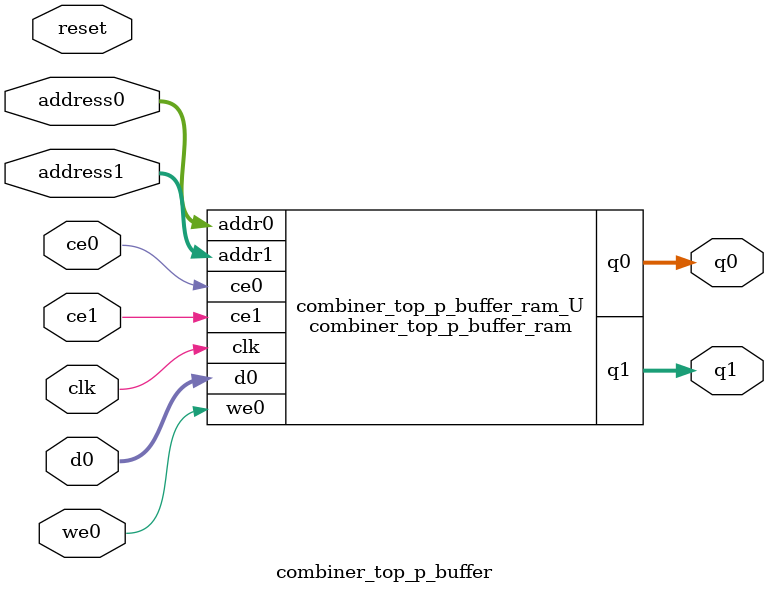
<source format=v>

`timescale 1 ns / 1 ps
module combiner_top_p_buffer_ram (addr0, ce0, d0, we0, q0, addr1, ce1, q1,  clk);

parameter DWIDTH = 32;
parameter AWIDTH = 4;
parameter MEM_SIZE = 12;

input[AWIDTH-1:0] addr0;
input ce0;
input[DWIDTH-1:0] d0;
input we0;
output reg[DWIDTH-1:0] q0;
input[AWIDTH-1:0] addr1;
input ce1;
output reg[DWIDTH-1:0] q1;
input clk;

(* ram_style = "block" *)reg [DWIDTH-1:0] ram[MEM_SIZE-1:0];




always @(posedge clk)  
begin 
    if (ce0) 
    begin
        if (we0) 
        begin 
            ram[addr0] <= d0; 
            q0 <= d0;
        end 
        else 
            q0 <= ram[addr0];
    end
end


always @(posedge clk)  
begin 
    if (ce1) 
    begin
            q1 <= ram[addr1];
    end
end


endmodule


`timescale 1 ns / 1 ps
module combiner_top_p_buffer(
    reset,
    clk,
    address0,
    ce0,
    we0,
    d0,
    q0,
    address1,
    ce1,
    q1);

parameter DataWidth = 32'd32;
parameter AddressRange = 32'd12;
parameter AddressWidth = 32'd4;
input reset;
input clk;
input[AddressWidth - 1:0] address0;
input ce0;
input we0;
input[DataWidth - 1:0] d0;
output[DataWidth - 1:0] q0;
input[AddressWidth - 1:0] address1;
input ce1;
output[DataWidth - 1:0] q1;




combiner_top_p_buffer_ram combiner_top_p_buffer_ram_U(
    .clk( clk ),
    .addr0( address0 ),
    .ce0( ce0 ),
    .d0( d0 ),
    .we0( we0 ),
    .q0( q0 ),
    .addr1( address1 ),
    .ce1( ce1 ),
    .q1( q1 ));

endmodule


</source>
